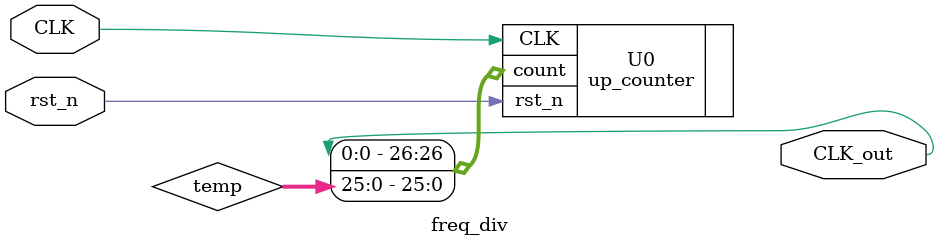
<source format=v>
`timescale 1ns / 1ps
`define freq_div_bit 27
module freq_div(
    input CLK,
    input rst_n,
    output CLK_out
    );
    wire [`freq_div_bit-2:0]temp;
    up_counter U0(.CLK(CLK), .rst_n(rst_n), .count({CLK_out,temp}));
endmodule
</source>
